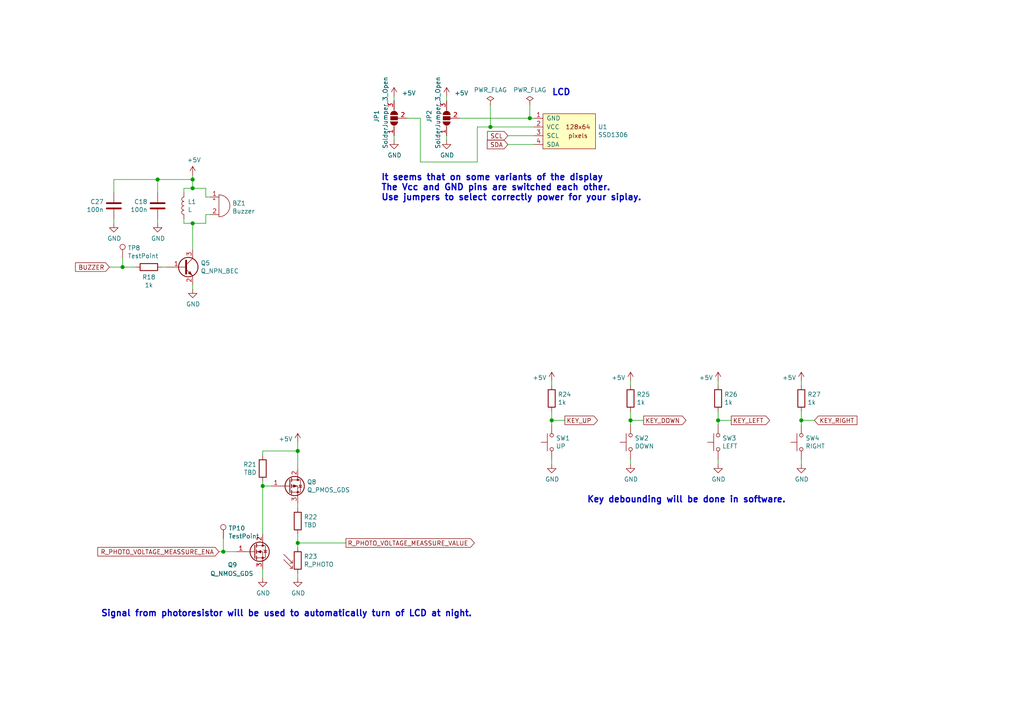
<source format=kicad_sch>
(kicad_sch (version 20231120) (generator "eeschema") (generator_version "8.0")
  (paper "A4")
  (lib_symbols
    (symbol "Connector:TestPoint" (pin_numbers hide) (pin_names (offset 0.762) hide)
      (property "Reference" "TP" (at 0 6.858 0))
      (property "Value" "TestPoint" (at 0 5.08 0))
      (symbol "TestPoint_0_1"
        (circle (center 0 3.302) (radius 0.762))
      )
      (symbol "TestPoint_1_1"
        (pin passive line (at 0 0 90) (length 2.54) (name "1") (number "1"))
      )
    )
    (symbol "Device:Buzzer" (pin_names (offset 0.0254) hide)
      (property "Reference" "BZ" (at 3.81 1.27 0))
      (property "Value" "Buzzer" (at 3.81 -1.27 0))
      (symbol "Buzzer_0_1"
        (arc (start 0 -3.175) (mid 3.1612 0) (end 0 3.175))
        (polyline (pts (xy -1.651 1.905) (xy -1.143 1.905)))
        (polyline (pts (xy -1.397 2.159) (xy -1.397 1.651)))
        (polyline (pts (xy 0 3.175) (xy 0 -3.175)))
      )
      (symbol "Buzzer_1_1"
        (pin passive line (at -2.54 2.54 0) (length 2.54) (name "-") (number "1"))
        (pin passive line (at -2.54 -2.54 0) (length 2.54) (name "+") (number "2"))
      )
    )
    (symbol "Device:C" (pin_numbers hide) (pin_names (offset 0.254))
      (property "Reference" "C" (at 0.635 2.54 0))
      (property "Value" "C" (at 0.635 -2.54 0))
      (symbol "C_0_1"
        (polyline (pts (xy -2.032 -0.762) (xy 2.032 -0.762)) (stroke (width 0.508)))
        (polyline (pts (xy -2.032 0.762) (xy 2.032 0.762)) (stroke (width 0.508)))
      )
      (symbol "C_1_1"
        (pin passive line (at 0 3.81 270) (length 2.794) (name "~") (number "1"))
        (pin passive line (at 0 -3.81 90) (length 2.794) (name "~") (number "2"))
      )
    )
    (symbol "Device:L" (pin_numbers hide) (pin_names (offset 1.016) hide)
      (property "Reference" "L" (at -1.27 0 90))
      (property "Value" "L" (at 1.905 0 90))
      (symbol "L_0_1"
        (arc (start 0 -2.54) (mid 0.6323 -1.905) (end 0 -1.27))
        (arc (start 0 -1.27) (mid 0.6323 -0.635) (end 0 0))
        (arc (start 0 0) (mid 0.6323 0.635) (end 0 1.27))
        (arc (start 0 1.27) (mid 0.6323 1.905) (end 0 2.54))
      )
      (symbol "L_1_1"
        (pin passive line (at 0 3.81 270) (length 1.27) (name "1") (number "1"))
        (pin passive line (at 0 -3.81 90) (length 1.27) (name "2") (number "2"))
      )
    )
    (symbol "Device:Q_NMOS_GDS" (pin_names (offset 0) hide)
      (property "Reference" "Q" (at 5.08 1.27 0))
      (property "Value" "Q_NMOS_GDS" (at 5.08 -1.27 0))
      (symbol "Q_NMOS_GDS_0_1"
        (polyline (pts (xy 0.254 0) (xy -2.54 0)))
        (polyline (pts (xy 0.254 1.905) (xy 0.254 -1.905)) (stroke (width 0.254)))
        (polyline (pts (xy 0.762 -1.27) (xy 0.762 -2.286)) (stroke (width 0.254)))
        (polyline (pts (xy 0.762 0.508) (xy 0.762 -0.508)) (stroke (width 0.254)))
        (polyline (pts (xy 0.762 2.286) (xy 0.762 1.27)) (stroke (width 0.254)))
        (polyline (pts (xy 2.54 2.54) (xy 2.54 1.778)))
        (polyline (pts (xy 2.54 -2.54) (xy 2.54 0) (xy 0.762 0)))
        (polyline (pts (xy 0.762 -1.778) (xy 3.302 -1.778) (xy 3.302 1.778) (xy 0.762 1.778)))
        (polyline (pts (xy 1.016 0) (xy 2.032 0.381) (xy 2.032 -0.381) (xy 1.016 0)) (fill (type outline)))
        (polyline (pts (xy 2.794 0.508) (xy 2.921 0.381) (xy 3.683 0.381) (xy 3.81 0.254)))
        (polyline (pts (xy 3.302 0.381) (xy 2.921 -0.254) (xy 3.683 -0.254) (xy 3.302 0.381)))
        (circle (center 1.651 0) (radius 2.794) (stroke (width 0.254)))
        (circle (center 2.54 -1.778) (radius 0.254) (fill (type outline)))
        (circle (center 2.54 1.778) (radius 0.254) (fill (type outline)))
      )
      (symbol "Q_NMOS_GDS_1_1"
        (pin input line (at -5.08 0 0) (length 2.54) (name "G") (number "1"))
        (pin passive line (at 2.54 5.08 270) (length 2.54) (name "D") (number "2"))
        (pin passive line (at 2.54 -5.08 90) (length 2.54) (name "S") (number "3"))
      )
    )
    (symbol "Device:Q_NPN_BEC" (pin_names (offset 0) hide)
      (property "Reference" "Q" (at 5.08 1.27 0))
      (property "Value" "Q_NPN_BEC" (at 5.08 -1.27 0))
      (symbol "Q_NPN_BEC_0_1"
        (polyline (pts (xy 0.635 0.635) (xy 2.54 2.54)))
        (polyline (pts (xy 0.635 -0.635) (xy 2.54 -2.54) (xy 2.54 -2.54)))
        (polyline (pts (xy 0.635 1.905) (xy 0.635 -1.905) (xy 0.635 -1.905)) (stroke (width 0.508)))
        (polyline (pts (xy 1.27 -1.778) (xy 1.778 -1.27) (xy 2.286 -2.286) (xy 1.27 -1.778) (xy 1.27 -1.778)) (fill (type outline)))
        (circle (center 1.27 0) (radius 2.8194) (stroke (width 0.254)))
      )
      (symbol "Q_NPN_BEC_1_1"
        (pin input line (at -5.08 0 0) (length 5.715) (name "B") (number "1"))
        (pin passive line (at 2.54 -5.08 90) (length 2.54) (name "E") (number "2"))
        (pin passive line (at 2.54 5.08 270) (length 2.54) (name "C") (number "3"))
      )
    )
    (symbol "Device:Q_PMOS_GDS" (pin_names (offset 0) hide)
      (property "Reference" "Q" (at 5.08 1.27 0))
      (property "Value" "Q_PMOS_GDS" (at 5.08 -1.27 0))
      (symbol "Q_PMOS_GDS_0_1"
        (polyline (pts (xy 0.254 0) (xy -2.54 0)))
        (polyline (pts (xy 0.254 1.905) (xy 0.254 -1.905)) (stroke (width 0.254)))
        (polyline (pts (xy 0.762 -1.27) (xy 0.762 -2.286)) (stroke (width 0.254)))
        (polyline (pts (xy 0.762 0.508) (xy 0.762 -0.508)) (stroke (width 0.254)))
        (polyline (pts (xy 0.762 2.286) (xy 0.762 1.27)) (stroke (width 0.254)))
        (polyline (pts (xy 2.54 2.54) (xy 2.54 1.778)))
        (polyline (pts (xy 2.54 -2.54) (xy 2.54 0) (xy 0.762 0)))
        (polyline (pts (xy 0.762 1.778) (xy 3.302 1.778) (xy 3.302 -1.778) (xy 0.762 -1.778)))
        (polyline (pts (xy 2.286 0) (xy 1.27 0.381) (xy 1.27 -0.381) (xy 2.286 0)) (fill (type outline)))
        (polyline (pts (xy 2.794 -0.508) (xy 2.921 -0.381) (xy 3.683 -0.381) (xy 3.81 -0.254)))
        (polyline (pts (xy 3.302 -0.381) (xy 2.921 0.254) (xy 3.683 0.254) (xy 3.302 -0.381)))
        (circle (center 1.651 0) (radius 2.794) (stroke (width 0.254)))
        (circle (center 2.54 -1.778) (radius 0.254) (fill (type outline)))
        (circle (center 2.54 1.778) (radius 0.254) (fill (type outline)))
      )
      (symbol "Q_PMOS_GDS_1_1"
        (pin input line (at -5.08 0 0) (length 2.54) (name "G") (number "1"))
        (pin passive line (at 2.54 5.08 270) (length 2.54) (name "D") (number "2"))
        (pin passive line (at 2.54 -5.08 90) (length 2.54) (name "S") (number "3"))
      )
    )
    (symbol "Device:R" (pin_numbers hide) (pin_names (offset 0))
      (property "Reference" "R" (at 2.032 0 90))
      (property "Value" "R" (at 0 0 90))
      (symbol "R_0_1"
        (rectangle (start -1.016 -2.54) (end 1.016 2.54) (stroke (width 0.254)))
      )
      (symbol "R_1_1"
        (pin passive line (at 0 3.81 270) (length 1.27) (name "~") (number "1"))
        (pin passive line (at 0 -3.81 90) (length 1.27) (name "~") (number "2"))
      )
    )
    (symbol "Device:R_PHOTO" (pin_numbers hide) (pin_names (offset 0))
      (property "Reference" "R" (at 1.27 1.27 0))
      (property "Value" "R_PHOTO" (at 1.27 0 0))
      (symbol "R_PHOTO_0_1"
        (rectangle (start -1.016 2.54) (end 1.016 -2.54) (stroke (width 0.254)))
        (polyline (pts (xy -1.524 -2.286) (xy -4.064 0.254)))
        (polyline (pts (xy -1.524 -2.286) (xy -2.286 -2.286)))
        (polyline (pts (xy -1.524 -2.286) (xy -1.524 -1.524)))
        (polyline (pts (xy -1.524 -0.762) (xy -4.064 1.778)))
        (polyline (pts (xy -1.524 -0.762) (xy -2.286 -0.762)))
        (polyline (pts (xy -1.524 -0.762) (xy -1.524 0)))
      )
      (symbol "R_PHOTO_1_1"
        (pin passive line (at 0 3.81 270) (length 1.27) (name "~") (number "1"))
        (pin passive line (at 0 -3.81 90) (length 1.27) (name "~") (number "2"))
      )
    )
    (symbol "IonizationChamber:SSD1306" (pin_names (offset 1.016))
      (property "Reference" "U" (at 0 3.81 0))
      (property "Value" "SSD1306" (at 0 1.27 0))
      (symbol "SSD1306_0_0"
        (rectangle (start 0 0) (end 15.24 -10.16) (fill (type background)))
        (text "128x64" (at 10.16 -3.81 0) (effects (font (size 1.27 1.27))))
        (text "pixels" (at 10.16 -6.35 0) (effects (font (size 1.27 1.27))))
      )
      (symbol "SSD1306_1_1"
        (pin power_in line (at -2.54 -1.27 0) (length 2.54) (name "GND") (number "1"))
        (pin power_in line (at -2.54 -3.81 0) (length 2.54) (name "VCC") (number "2"))
        (pin input line (at -2.54 -6.35 0) (length 2.54) (name "SCL") (number "3"))
        (pin bidirectional line (at -2.54 -8.89 0) (length 2.54) (name "SDA") (number "4"))
      )
    )
    (symbol "Jumper:SolderJumper_3_Open" (pin_names (offset 0) hide)
      (property "Reference" "JP" (at -2.54 -2.54 0))
      (property "Value" "SolderJumper_3_Open" (at 0 2.794 0))
      (symbol "SolderJumper_3_Open_0_1"
        (arc (start -1.016 1.016) (mid -2.0275 0) (end -1.016 -1.016))
        (arc (start -1.016 1.016) (mid -2.0275 0) (end -1.016 -1.016) (fill (type outline)))
        (rectangle (start -0.508 1.016) (end 0.508 -1.016) (fill (type outline)))
        (polyline (pts (xy -2.54 0) (xy -2.032 0)))
        (polyline (pts (xy -1.016 1.016) (xy -1.016 -1.016)))
        (polyline (pts (xy 0 -1.27) (xy 0 -1.016)))
        (polyline (pts (xy 1.016 1.016) (xy 1.016 -1.016)))
        (polyline (pts (xy 2.54 0) (xy 2.032 0)))
        (arc (start 1.016 -1.016) (mid 2.0275 0) (end 1.016 1.016))
        (arc (start 1.016 -1.016) (mid 2.0275 0) (end 1.016 1.016) (fill (type outline)))
      )
      (symbol "SolderJumper_3_Open_1_1"
        (pin passive line (at -5.08 0 0) (length 2.54) (name "A") (number "1"))
        (pin input line (at 0 -3.81 90) (length 2.54) (name "C") (number "2"))
        (pin passive line (at 5.08 0 180) (length 2.54) (name "B") (number "3"))
      )
    )
    (symbol "Switch:SW_Push" (pin_numbers hide) (pin_names (offset 1.016) hide)
      (property "Reference" "SW" (at 1.27 2.54 0))
      (property "Value" "SW_Push" (at 0 -1.524 0))
      (symbol "SW_Push_0_1"
        (circle (center -2.032 0) (radius 0.508))
        (polyline (pts (xy 0 1.27) (xy 0 3.048)))
        (polyline (pts (xy 2.54 1.27) (xy -2.54 1.27)))
        (circle (center 2.032 0) (radius 0.508))
        (pin passive line (at -5.08 0 0) (length 2.54) (name "1") (number "1"))
        (pin passive line (at 5.08 0 180) (length 2.54) (name "2") (number "2"))
      )
    )
    (symbol "power:+5V" (power) (pin_names (offset 0))
      (property "Value" "+5V" (at 0 3.556 0))
      (symbol "+5V_0_1"
        (polyline (pts (xy -0.762 1.27) (xy 0 2.54)))
        (polyline (pts (xy 0 0) (xy 0 2.54)))
        (polyline (pts (xy 0 2.54) (xy 0.762 1.27)))
      )
      (symbol "+5V_1_1"
        (pin power_in line (at 0 0 90) (length 0) hide (name "+5V") (number "1"))
      )
    )
    (symbol "power:GND" (power) (pin_names (offset 0))
      (property "Value" "GND" (at 0 -3.81 0))
      (symbol "GND_0_1"
        (polyline (pts (xy 0 0) (xy 0 -1.27) (xy 1.27 -1.27) (xy 0 -2.54) (xy -1.27 -1.27) (xy 0 -1.27)))
      )
      (symbol "GND_1_1"
        (pin power_in line (at 0 0 270) (length 0) hide (name "GND") (number "1"))
      )
    )
    (symbol "power:PWR_FLAG" (power) (pin_numbers hide) (pin_names (offset 0) hide)
      (property "Value" "PWR_FLAG" (at 0 3.81 0))
      (symbol "PWR_FLAG_0_0"
        (pin power_out line (at 0 0 90) (length 0) (name "pwr") (number "1"))
      )
      (symbol "PWR_FLAG_0_1"
        (polyline (pts (xy 0 0) (xy 0 1.27) (xy -1.016 1.905) (xy 0 2.54) (xy 1.016 1.905) (xy 0 1.27)))
      )
    )
  )
  (junction (at 55.88 52.07) (diameter 1.016))
  (junction (at 153.67 34.29) (diameter 1.016))
  (junction (at 55.88 54.61) (diameter 1.016))
  (junction (at 35.56 77.47) (diameter 1.016))
  (junction (at 86.36 130.81) (diameter 1.016))
  (junction (at 142.24 36.83) (diameter 1.016))
  (junction (at 76.2 140.97) (diameter 1.016))
  (junction (at 160.02 121.92) (diameter 1.016))
  (junction (at 55.88 64.77) (diameter 1.016))
  (junction (at 45.72 52.07) (diameter 1.016))
  (junction (at 232.41 121.92) (diameter 1.016))
  (junction (at 208.28 121.92) (diameter 1.016))
  (junction (at 64.77 160.02) (diameter 1.016))
  (junction (at 86.36 157.48) (diameter 1.016))
  (junction (at 182.88 121.92) (diameter 1.016))
  (wire (pts (xy 55.88 64.77) (xy 59.69 64.77)))
  (wire (pts (xy 232.41 133.35) (xy 232.41 134.62)))
  (wire (pts (xy 160.02 121.92) (xy 163.83 121.92)))
  (wire (pts (xy 35.56 77.47) (xy 39.37 77.47)))
  (wire (pts (xy 138.43 46.99) (xy 121.92 46.99)))
  (wire (pts (xy 208.28 119.38) (xy 208.28 121.92)))
  (wire (pts (xy 160.02 111.76) (xy 160.02 110.49)))
  (wire (pts (xy 86.36 154.94) (xy 86.36 157.48)))
  (wire (pts (xy 86.36 130.81) (xy 86.36 128.27)))
  (wire (pts (xy 153.67 30.48) (xy 153.67 34.29)))
  (wire (pts (xy 59.69 54.61) (xy 55.88 54.61)))
  (wire (pts (xy 45.72 63.5) (xy 45.72 64.77)))
  (wire (pts (xy 121.92 46.99) (xy 121.92 34.29)))
  (wire (pts (xy 182.88 119.38) (xy 182.88 121.92)))
  (wire (pts (xy 142.24 36.83) (xy 154.94 36.83)))
  (wire (pts (xy 114.3 39.37) (xy 114.3 40.64)))
  (wire (pts (xy 182.88 121.92) (xy 186.69 121.92)))
  (wire (pts (xy 160.02 133.35) (xy 160.02 134.62)))
  (wire (pts (xy 208.28 111.76) (xy 208.28 110.49)))
  (wire (pts (xy 55.88 72.39) (xy 55.88 64.77)))
  (wire (pts (xy 53.34 54.61) (xy 53.34 55.88)))
  (wire (pts (xy 86.36 146.05) (xy 86.36 147.32)))
  (wire (pts (xy 142.24 30.48) (xy 142.24 36.83)))
  (wire (pts (xy 154.94 41.91) (xy 147.32 41.91)))
  (wire (pts (xy 33.02 63.5) (xy 33.02 64.77)))
  (wire (pts (xy 153.67 34.29) (xy 154.94 34.29)))
  (wire (pts (xy 208.28 121.92) (xy 212.09 121.92)))
  (wire (pts (xy 48.26 77.47) (xy 46.99 77.47)))
  (wire (pts (xy 53.34 63.5) (xy 53.34 64.77)))
  (wire (pts (xy 86.36 166.37) (xy 86.36 167.64)))
  (wire (pts (xy 154.94 39.37) (xy 147.32 39.37)))
  (wire (pts (xy 64.77 156.21) (xy 64.77 160.02)))
  (wire (pts (xy 55.88 83.82) (xy 55.88 82.55)))
  (wire (pts (xy 232.41 121.92) (xy 236.22 121.92)))
  (wire (pts (xy 33.02 52.07) (xy 33.02 55.88)))
  (wire (pts (xy 35.56 74.93) (xy 35.56 77.47)))
  (wire (pts (xy 182.88 133.35) (xy 182.88 134.62)))
  (wire (pts (xy 208.28 121.92) (xy 208.28 123.19)))
  (wire (pts (xy 76.2 154.94) (xy 76.2 140.97)))
  (wire (pts (xy 160.02 121.92) (xy 160.02 123.19)))
  (wire (pts (xy 59.69 64.77) (xy 59.69 62.23)))
  (wire (pts (xy 138.43 36.83) (xy 138.43 46.99)))
  (wire (pts (xy 76.2 165.1) (xy 76.2 167.64)))
  (wire (pts (xy 129.54 27.94) (xy 129.54 29.21)))
  (wire (pts (xy 86.36 130.81) (xy 86.36 135.89)))
  (wire (pts (xy 55.88 54.61) (xy 53.34 54.61)))
  (wire (pts (xy 33.02 52.07) (xy 45.72 52.07)))
  (wire (pts (xy 182.88 121.92) (xy 182.88 123.19)))
  (wire (pts (xy 86.36 157.48) (xy 86.36 158.75)))
  (wire (pts (xy 232.41 111.76) (xy 232.41 110.49)))
  (wire (pts (xy 78.74 140.97) (xy 76.2 140.97)))
  (wire (pts (xy 121.92 34.29) (xy 118.11 34.29)))
  (wire (pts (xy 208.28 133.35) (xy 208.28 134.62)))
  (wire (pts (xy 45.72 52.07) (xy 45.72 55.88)))
  (wire (pts (xy 182.88 111.76) (xy 182.88 110.49)))
  (wire (pts (xy 76.2 132.08) (xy 76.2 130.81)))
  (wire (pts (xy 160.02 119.38) (xy 160.02 121.92)))
  (wire (pts (xy 232.41 121.92) (xy 232.41 123.19)))
  (wire (pts (xy 232.41 119.38) (xy 232.41 121.92)))
  (wire (pts (xy 133.35 34.29) (xy 153.67 34.29)))
  (wire (pts (xy 59.69 57.15) (xy 59.69 54.61)))
  (wire (pts (xy 55.88 52.07) (xy 55.88 54.61)))
  (wire (pts (xy 31.75 77.47) (xy 35.56 77.47)))
  (wire (pts (xy 76.2 140.97) (xy 76.2 139.7)))
  (wire (pts (xy 55.88 50.8) (xy 55.88 52.07)))
  (wire (pts (xy 55.88 52.07) (xy 45.72 52.07)))
  (wire (pts (xy 53.34 64.77) (xy 55.88 64.77)))
  (wire (pts (xy 68.58 160.02) (xy 64.77 160.02)))
  (wire (pts (xy 114.3 27.94) (xy 114.3 29.21)))
  (wire (pts (xy 138.43 36.83) (xy 142.24 36.83)))
  (wire (pts (xy 86.36 157.48) (xy 100.33 157.48)))
  (wire (pts (xy 59.69 62.23) (xy 60.96 62.23)))
  (wire (pts (xy 60.96 57.15) (xy 59.69 57.15)))
  (wire (pts (xy 76.2 130.81) (xy 86.36 130.81)))
  (wire (pts (xy 129.54 39.37) (xy 129.54 40.64)))
  (wire (pts (xy 64.77 160.02) (xy 63.5 160.02)))
  (text "LCD" (at 160.02 27.94 0) (effects (font (size 1.8034 1.8034) (thickness 0.3607) (bold yes)) (justify left bottom)))
  (text "It seems that on some variants of the display\nThe Vcc and GND pins are switched each other.\nUse jumpers to select correctly power for your siplay." (at 110.49 58.42 0) (effects (font (size 1.8034 1.8034) (thickness 0.3607) (bold yes)) (justify left bottom)))
  (text "Key debounding will be done in software." (at 170.18 146.05 0) (effects (font (size 1.8034 1.8034) (thickness 0.3607) (bold yes)) (justify left bottom)))
  (text "Signal from photoresistor will be used to automatically turn of LCD at night." (at 29.21 179.07 0) (effects (font (size 1.8034 1.8034) (thickness 0.3607) (bold yes)) (justify left bottom)))
  (global_label "SDA" (shape input) (at 147.32 41.91 180) (property "Intersheetrefs" "${INTERSHEET_REFS}" (effects (hide yes))))
  (global_label "KEY_RIGHT" (shape input) (at 236.22 121.92 0) (property "Intersheetrefs" "${INTERSHEET_REFS}" (effects (hide yes))))
  (global_label "BUZZER" (shape input) (at 31.75 77.47 180) (property "Intersheetrefs" "${INTERSHEET_REFS}" (effects (hide yes))))
  (global_label "KEY_DOWN" (shape output) (at 186.69 121.92 0) (property "Intersheetrefs" "${INTERSHEET_REFS}" (effects (hide yes))))
  (global_label "KEY_UP" (shape output) (at 163.83 121.92 0) (property "Intersheetrefs" "${INTERSHEET_REFS}" (effects (hide yes))))
  (global_label "SCL" (shape input) (at 147.32 39.37 180) (property "Intersheetrefs" "${INTERSHEET_REFS}" (effects (hide yes))))
  (global_label "KEY_LEFT" (shape output) (at 212.09 121.92 0) (property "Intersheetrefs" "${INTERSHEET_REFS}" (effects (hide yes))))
  (global_label "R_PHOTO_VOLTAGE_MEASSURE_VALUE" (shape output) (at 100.33 157.48 0) (property "Intersheetrefs" "${INTERSHEET_REFS}" (effects (hide yes))))
  (global_label "R_PHOTO_VOLTAGE_MEASSURE_ENA" (shape input) (at 63.5 160.02 180) (property "Intersheetrefs" "${INTERSHEET_REFS}" (effects (hide yes))))
  (symbol (lib_id "Device:Buzzer") (at 63.5 59.69 0) (unit 1)
    (property "Reference" "BZ1" (at 67.3608 58.9534 0) (effects (justify left)))
    (property "Value" "Buzzer" (at 67.3608 61.2648 0) (effects (justify left)))
    (property "Footprint" "IonizationChamber:LPT1440S-HS-05-4.0-12-R" (effects (hide yes)))
  )
  (symbol (lib_id "power:+5V") (at 55.88 50.8 0) (unit 1)
    (property "Reference" "#PWR0104" (effects (hide yes)))
    (property "Value" "+5V" (at 56.261 46.4058 0))
  )
  (symbol (lib_id "Device:Q_NPN_BEC") (at 53.34 77.47 0) (unit 1)
    (property "Reference" "Q5" (at 58.1914 76.3016 0) (effects (justify left)))
    (property "Value" "Q_NPN_BEC" (at 58.1914 78.613 0) (effects (justify left)))
    (property "Footprint" "Package_TO_SOT_SMD:SOT-23" (effects (hide yes)))
  )
  (symbol (lib_id "Device:L") (at 53.34 59.69 0) (mirror y) (unit 1)
    (property "Reference" "L1" (at 54.4576 58.5216 0) (effects (justify right)))
    (property "Value" "L" (at 54.4576 60.833 0) (effects (justify right)))
    (property "Footprint" "Inductor_THT:L_Axial_L5.3mm_D2.2mm_P2.54mm_Vertical_Vishay_IM-1" (effects (hide yes)))
  )
  (symbol (lib_id "power:GND") (at 55.88 83.82 0) (unit 1)
    (property "Reference" "#PWR0105" (effects (hide yes)))
    (property "Value" "GND" (at 56.007 88.2142 0))
  )
  (symbol (lib_id "Device:R") (at 43.18 77.47 270) (unit 1)
    (property "Reference" "R18" (at 43.18 80.391 90))
    (property "Value" "1k" (at 43.18 82.7024 90))
    (property "Footprint" "Resistor_SMD:R_0805_2012Metric" (effects (hide yes)))
    (property "LCSC" "C17513" (effects (hide yes)))
  )
  (symbol (lib_id "Device:R_PHOTO") (at 86.36 162.56 0) (unit 1)
    (property "Reference" "R23" (at 88.138 161.3916 0) (effects (justify left)))
    (property "Value" "R_PHOTO" (at 88.138 163.703 0) (effects (justify left)))
    (property "Footprint" "OptoDevice:R_LDR_7x6mm_P5.1mm_Vertical" (effects (hide yes)))
  )
  (symbol (lib_id "Device:R") (at 76.2 135.89 180) (unit 1)
    (property "Reference" "R21" (at 74.4474 134.7216 0) (effects (justify left)))
    (property "Value" "TBD" (at 74.4474 137.033 0) (effects (justify left)))
    (property "Footprint" "Resistor_SMD:R_0805_2012Metric" (effects (hide yes)))
  )
  (symbol (lib_id "Device:Q_NMOS_GDS") (at 73.66 160.02 0) (unit 1)
    (property "Reference" "Q9" (at 66.04 163.83 0) (effects (justify left)))
    (property "Value" "Q_NMOS_GDS" (at 60.96 166.37 0) (effects (justify left)))
    (property "Footprint" "Package_TO_SOT_SMD:SOT-23" (effects (hide yes)))
  )
  (symbol (lib_id "Device:Q_PMOS_GDS") (at 83.82 140.97 0) (unit 1)
    (property "Reference" "Q8" (at 89.027 139.8016 0) (effects (justify left)))
    (property "Value" "Q_PMOS_GDS" (at 89.027 142.113 0) (effects (justify left)))
    (property "Footprint" "Package_TO_SOT_SMD:SOT-23" (effects (hide yes)))
  )
  (symbol (lib_id "power:GND") (at 76.2 167.64 0) (unit 1)
    (property "Reference" "#PWR0106" (effects (hide yes)))
    (property "Value" "GND" (at 76.327 172.0342 0))
  )
  (symbol (lib_id "Device:R") (at 86.36 151.13 180) (unit 1)
    (property "Reference" "R22" (at 88.138 149.9616 0) (effects (justify right)))
    (property "Value" "TBD" (at 88.138 152.273 0) (effects (justify right)))
    (property "Footprint" "Resistor_SMD:R_0805_2012Metric" (effects (hide yes)))
  )
  (symbol (lib_id "power:GND") (at 86.36 167.64 0) (unit 1)
    (property "Reference" "#PWR0107" (effects (hide yes)))
    (property "Value" "GND" (at 86.487 172.0342 0))
  )
  (symbol (lib_id "power:+5V") (at 86.36 128.27 0) (unit 1)
    (property "Reference" "#PWR08" (effects (hide yes)))
    (property "Value" "+5V" (at 84.8868 127.3302 0) (effects (justify right)))
  )
  (symbol (lib_id "Connector:TestPoint") (at 35.56 74.93 0) (unit 1)
    (property "Reference" "TP8" (at 37.0332 71.9328 0) (effects (justify left)))
    (property "Value" "TestPoint" (at 37.0332 74.2442 0) (effects (justify left)))
    (property "Footprint" "TestPoint:TestPoint_Pad_D2.0mm" (effects (hide yes)))
  )
  (symbol (lib_id "Connector:TestPoint") (at 64.77 156.21 0) (unit 1)
    (property "Reference" "TP10" (at 66.2432 153.2128 0) (effects (justify left)))
    (property "Value" "TestPoint" (at 66.2432 155.5242 0) (effects (justify left)))
    (property "Footprint" "TestPoint:TestPoint_Pad_D2.0mm" (effects (hide yes)))
  )
  (symbol (lib_id "IonizationChamber:SSD1306") (at 157.48 33.02 0) (unit 1)
    (property "Reference" "U1" (at 173.4312 36.8046 0) (effects (justify left)))
    (property "Value" "SSD1306" (at 173.4312 39.116 0) (effects (justify left)))
    (property "Footprint" "IonizationChamber:SSD1306" (effects (hide yes)))
  )
  (symbol (lib_id "power:+5V") (at 114.3 27.94 0) (unit 1)
    (property "Reference" "#PWR0108" (effects (hide yes)))
    (property "Value" "+5V" (at 116.5352 27.0002 0) (effects (justify left)))
  )
  (symbol (lib_id "Device:C") (at 45.72 59.69 0) (unit 1)
    (property "Reference" "C18" (at 42.799 58.5216 0) (effects (justify right)))
    (property "Value" "100n" (at 42.799 60.833 0) (effects (justify right)))
    (property "Footprint" "Capacitor_SMD:C_0805_2012Metric" (effects (hide yes)))
    (property "LCSC" "C282732" (effects (hide yes)))
  )
  (symbol (lib_id "power:GND") (at 45.72 64.77 0) (unit 1)
    (property "Reference" "#PWR0109" (effects (hide yes)))
    (property "Value" "GND" (at 45.847 69.1642 0))
  )
  (symbol (lib_id "Jumper:SolderJumper_3_Open") (at 114.3 34.29 90) (unit 1)
    (property "Reference" "JP1" (at 109.22 35.56 0) (effects (justify left)))
    (property "Value" "SolderJumper_3_Open" (at 111.76 43.18 0) (effects (justify left)))
    (property "Footprint" "Jumper:SolderJumper-3_P1.3mm_Open_Pad1.0x1.5mm_NumberLabels" (effects (hide yes)))
  )
  (symbol (lib_id "power:GND") (at 114.3 40.64 0) (unit 1)
    (property "Reference" "#PWR0110" (effects (hide yes)))
    (property "Value" "GND" (at 114.427 45.0342 0))
  )
  (symbol (lib_id "power:+5V") (at 129.54 27.94 0) (unit 1)
    (property "Reference" "#PWR0111" (effects (hide yes)))
    (property "Value" "+5V" (at 131.7752 27.0002 0) (effects (justify left)))
  )
  (symbol (lib_id "Jumper:SolderJumper_3_Open") (at 129.54 34.29 90) (unit 1)
    (property "Reference" "JP2" (at 124.46 35.56 0) (effects (justify left)))
    (property "Value" "SolderJumper_3_Open" (at 127 43.18 0) (effects (justify left)))
    (property "Footprint" "Jumper:SolderJumper-3_P1.3mm_Open_Pad1.0x1.5mm_NumberLabels" (effects (hide yes)))
  )
  (symbol (lib_id "power:GND") (at 129.54 40.64 0) (unit 1)
    (property "Reference" "#PWR0112" (effects (hide yes)))
    (property "Value" "GND" (at 129.667 45.0342 0))
  )
  (symbol (lib_id "Switch:SW_Push") (at 160.02 128.27 90) (mirror x) (unit 1)
    (property "Reference" "SW1" (at 161.2392 127.1016 90) (effects (justify right)))
    (property "Value" "UP" (at 161.2392 129.413 90) (effects (justify right)))
    (property "Footprint" "Button_Switch_SMD:SW_SPST_PTS645" (effects (hide yes)))
  )
  (symbol (lib_id "Device:R") (at 160.02 115.57 180) (unit 1)
    (property "Reference" "R24" (at 161.798 114.4016 0) (effects (justify right)))
    (property "Value" "1k" (at 161.798 116.713 0) (effects (justify right)))
    (property "Footprint" "Resistor_SMD:R_0805_2012Metric" (effects (hide yes)))
    (property "LCSC" "C17513" (effects (hide yes)))
  )
  (symbol (lib_id "power:GND") (at 160.02 134.62 0) (unit 1)
    (property "Reference" "#PWR037" (effects (hide yes)))
    (property "Value" "GND" (at 160.147 139.0142 0))
  )
  (symbol (lib_id "power:+5V") (at 160.02 110.49 0) (unit 1)
    (property "Reference" "#PWR012" (effects (hide yes)))
    (property "Value" "+5V" (at 158.5468 109.5502 0) (effects (justify right)))
  )
  (symbol (lib_id "Switch:SW_Push") (at 182.88 128.27 90) (mirror x) (unit 1)
    (property "Reference" "SW2" (at 184.0992 127.1016 90) (effects (justify right)))
    (property "Value" "DOWN" (at 184.0992 129.413 90) (effects (justify right)))
    (property "Footprint" "Button_Switch_SMD:SW_SPST_PTS645" (effects (hide yes)))
  )
  (symbol (lib_id "Device:R") (at 182.88 115.57 180) (unit 1)
    (property "Reference" "R25" (at 184.658 114.4016 0) (effects (justify right)))
    (property "Value" "1k" (at 184.658 116.713 0) (effects (justify right)))
    (property "Footprint" "Resistor_SMD:R_0805_2012Metric" (effects (hide yes)))
    (property "LCSC" "C17513" (effects (hide yes)))
  )
  (symbol (lib_id "power:GND") (at 182.88 134.62 0) (unit 1)
    (property "Reference" "#PWR038" (effects (hide yes)))
    (property "Value" "GND" (at 183.007 139.0142 0))
  )
  (symbol (lib_id "power:+5V") (at 182.88 110.49 0) (unit 1)
    (property "Reference" "#PWR014" (effects (hide yes)))
    (property "Value" "+5V" (at 181.4068 109.5502 0) (effects (justify right)))
  )
  (symbol (lib_id "Switch:SW_Push") (at 208.28 128.27 90) (mirror x) (unit 1)
    (property "Reference" "SW3" (at 209.4992 127.1016 90) (effects (justify right)))
    (property "Value" "LEFT" (at 209.4992 129.413 90) (effects (justify right)))
    (property "Footprint" "Button_Switch_SMD:SW_SPST_PTS645" (effects (hide yes)))
  )
  (symbol (lib_id "Device:R") (at 208.28 115.57 180) (unit 1)
    (property "Reference" "R26" (at 210.058 114.4016 0) (effects (justify right)))
    (property "Value" "1k" (at 210.058 116.713 0) (effects (justify right)))
    (property "Footprint" "Resistor_SMD:R_0805_2012Metric" (effects (hide yes)))
    (property "LCSC" "C17513" (effects (hide yes)))
  )
  (symbol (lib_id "power:GND") (at 208.28 134.62 0) (unit 1)
    (property "Reference" "#PWR039" (effects (hide yes)))
    (property "Value" "GND" (at 208.407 139.0142 0))
  )
  (symbol (lib_id "power:+5V") (at 208.28 110.49 0) (unit 1)
    (property "Reference" "#PWR017" (effects (hide yes)))
    (property "Value" "+5V" (at 206.8068 109.5502 0) (effects (justify right)))
  )
  (symbol (lib_id "Switch:SW_Push") (at 232.41 128.27 90) (mirror x) (unit 1)
    (property "Reference" "SW4" (at 233.6292 127.1016 90) (effects (justify right)))
    (property "Value" "RIGHT" (at 233.6292 129.413 90) (effects (justify right)))
    (property "Footprint" "Button_Switch_SMD:SW_SPST_PTS645" (effects (hide yes)))
  )
  (symbol (lib_id "Device:R") (at 232.41 115.57 180) (unit 1)
    (property "Reference" "R27" (at 234.188 114.4016 0) (effects (justify right)))
    (property "Value" "1k" (at 234.188 116.713 0) (effects (justify right)))
    (property "Footprint" "Resistor_SMD:R_0805_2012Metric" (effects (hide yes)))
    (property "LCSC" "C17513" (effects (hide yes)))
  )
  (symbol (lib_id "power:GND") (at 232.41 134.62 0) (unit 1)
    (property "Reference" "#PWR040" (effects (hide yes)))
    (property "Value" "GND" (at 232.537 139.0142 0))
  )
  (symbol (lib_id "power:+5V") (at 232.41 110.49 0) (unit 1)
    (property "Reference" "#PWR034" (effects (hide yes)))
    (property "Value" "+5V" (at 230.9368 109.5502 0) (effects (justify right)))
  )
  (symbol (lib_id "power:PWR_FLAG") (at 142.24 30.48 0) (unit 1)
    (property "Reference" "#FLG01" (effects (hide yes)))
    (property "Value" "PWR_FLAG" (at 142.24 26.0858 0))
  )
  (symbol (lib_id "power:PWR_FLAG") (at 153.67 30.48 0) (unit 1)
    (property "Reference" "#FLG02" (effects (hide yes)))
    (property "Value" "PWR_FLAG" (at 153.67 26.0858 0))
  )
  (symbol (lib_id "Device:C") (at 33.02 59.69 0) (unit 1)
    (property "Reference" "C27" (at 30.099 58.5216 0) (effects (justify right)))
    (property "Value" "100n" (at 30.099 60.833 0) (effects (justify right)))
    (property "Footprint" "Capacitor_SMD:C_0805_2012Metric" (effects (hide yes)))
    (property "LCSC" "C282732" (effects (hide yes)))
  )
  (symbol (lib_id "power:GND") (at 33.02 64.77 0) (unit 1)
    (property "Reference" "#PWR058" (effects (hide yes)))
    (property "Value" "GND" (at 33.147 69.1642 0))
  )
)
</source>
